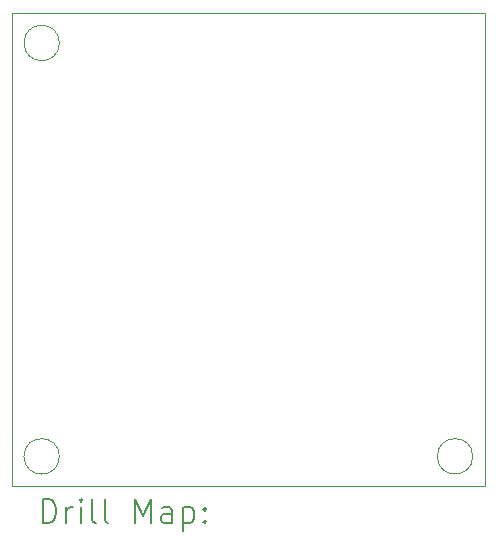
<source format=gbr>
%TF.GenerationSoftware,KiCad,Pcbnew,9.0.0-9.0.0-2~ubuntu24.04.1*%
%TF.CreationDate,2025-04-02T19:49:25+02:00*%
%TF.ProjectId,Teensy_Interface,5465656e-7379-45f4-996e-746572666163,rev?*%
%TF.SameCoordinates,Original*%
%TF.FileFunction,Drillmap*%
%TF.FilePolarity,Positive*%
%FSLAX45Y45*%
G04 Gerber Fmt 4.5, Leading zero omitted, Abs format (unit mm)*
G04 Created by KiCad (PCBNEW 9.0.0-9.0.0-2~ubuntu24.04.1) date 2025-04-02 19:49:25*
%MOMM*%
%LPD*%
G01*
G04 APERTURE LIST*
%ADD10C,0.050000*%
%ADD11C,0.200000*%
G04 APERTURE END LIST*
D10*
X7350000Y-8500000D02*
G75*
G02*
X7050000Y-8500000I-150000J0D01*
G01*
X7050000Y-8500000D02*
G75*
G02*
X7350000Y-8500000I150000J0D01*
G01*
X10850000Y-8500000D02*
G75*
G02*
X10550000Y-8500000I-150000J0D01*
G01*
X10550000Y-8500000D02*
G75*
G02*
X10850000Y-8500000I150000J0D01*
G01*
X6950000Y-4750000D02*
X10950000Y-4750000D01*
X10950000Y-8750000D01*
X6950000Y-8750000D01*
X6950000Y-4750000D01*
X7350000Y-5000000D02*
G75*
G02*
X7050000Y-5000000I-150000J0D01*
G01*
X7050000Y-5000000D02*
G75*
G02*
X7350000Y-5000000I150000J0D01*
G01*
D11*
X7208277Y-9063984D02*
X7208277Y-8863984D01*
X7208277Y-8863984D02*
X7255896Y-8863984D01*
X7255896Y-8863984D02*
X7284467Y-8873508D01*
X7284467Y-8873508D02*
X7303515Y-8892555D01*
X7303515Y-8892555D02*
X7313039Y-8911603D01*
X7313039Y-8911603D02*
X7322562Y-8949698D01*
X7322562Y-8949698D02*
X7322562Y-8978270D01*
X7322562Y-8978270D02*
X7313039Y-9016365D01*
X7313039Y-9016365D02*
X7303515Y-9035412D01*
X7303515Y-9035412D02*
X7284467Y-9054460D01*
X7284467Y-9054460D02*
X7255896Y-9063984D01*
X7255896Y-9063984D02*
X7208277Y-9063984D01*
X7408277Y-9063984D02*
X7408277Y-8930650D01*
X7408277Y-8968746D02*
X7417801Y-8949698D01*
X7417801Y-8949698D02*
X7427324Y-8940174D01*
X7427324Y-8940174D02*
X7446372Y-8930650D01*
X7446372Y-8930650D02*
X7465420Y-8930650D01*
X7532086Y-9063984D02*
X7532086Y-8930650D01*
X7532086Y-8863984D02*
X7522562Y-8873508D01*
X7522562Y-8873508D02*
X7532086Y-8883031D01*
X7532086Y-8883031D02*
X7541610Y-8873508D01*
X7541610Y-8873508D02*
X7532086Y-8863984D01*
X7532086Y-8863984D02*
X7532086Y-8883031D01*
X7655896Y-9063984D02*
X7636848Y-9054460D01*
X7636848Y-9054460D02*
X7627324Y-9035412D01*
X7627324Y-9035412D02*
X7627324Y-8863984D01*
X7760658Y-9063984D02*
X7741610Y-9054460D01*
X7741610Y-9054460D02*
X7732086Y-9035412D01*
X7732086Y-9035412D02*
X7732086Y-8863984D01*
X7989229Y-9063984D02*
X7989229Y-8863984D01*
X7989229Y-8863984D02*
X8055896Y-9006841D01*
X8055896Y-9006841D02*
X8122562Y-8863984D01*
X8122562Y-8863984D02*
X8122562Y-9063984D01*
X8303515Y-9063984D02*
X8303515Y-8959222D01*
X8303515Y-8959222D02*
X8293991Y-8940174D01*
X8293991Y-8940174D02*
X8274943Y-8930650D01*
X8274943Y-8930650D02*
X8236848Y-8930650D01*
X8236848Y-8930650D02*
X8217801Y-8940174D01*
X8303515Y-9054460D02*
X8284467Y-9063984D01*
X8284467Y-9063984D02*
X8236848Y-9063984D01*
X8236848Y-9063984D02*
X8217801Y-9054460D01*
X8217801Y-9054460D02*
X8208277Y-9035412D01*
X8208277Y-9035412D02*
X8208277Y-9016365D01*
X8208277Y-9016365D02*
X8217801Y-8997317D01*
X8217801Y-8997317D02*
X8236848Y-8987793D01*
X8236848Y-8987793D02*
X8284467Y-8987793D01*
X8284467Y-8987793D02*
X8303515Y-8978270D01*
X8398753Y-8930650D02*
X8398753Y-9130650D01*
X8398753Y-8940174D02*
X8417801Y-8930650D01*
X8417801Y-8930650D02*
X8455896Y-8930650D01*
X8455896Y-8930650D02*
X8474944Y-8940174D01*
X8474944Y-8940174D02*
X8484467Y-8949698D01*
X8484467Y-8949698D02*
X8493991Y-8968746D01*
X8493991Y-8968746D02*
X8493991Y-9025889D01*
X8493991Y-9025889D02*
X8484467Y-9044936D01*
X8484467Y-9044936D02*
X8474944Y-9054460D01*
X8474944Y-9054460D02*
X8455896Y-9063984D01*
X8455896Y-9063984D02*
X8417801Y-9063984D01*
X8417801Y-9063984D02*
X8398753Y-9054460D01*
X8579705Y-9044936D02*
X8589229Y-9054460D01*
X8589229Y-9054460D02*
X8579705Y-9063984D01*
X8579705Y-9063984D02*
X8570182Y-9054460D01*
X8570182Y-9054460D02*
X8579705Y-9044936D01*
X8579705Y-9044936D02*
X8579705Y-9063984D01*
X8579705Y-8940174D02*
X8589229Y-8949698D01*
X8589229Y-8949698D02*
X8579705Y-8959222D01*
X8579705Y-8959222D02*
X8570182Y-8949698D01*
X8570182Y-8949698D02*
X8579705Y-8940174D01*
X8579705Y-8940174D02*
X8579705Y-8959222D01*
M02*

</source>
